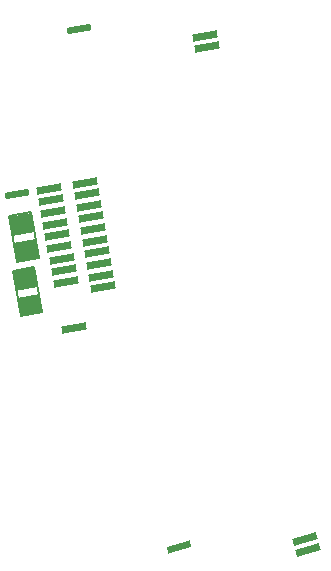
<source format=gbr>
*
G4_C Author: OrCAD GerbTool(tm) 8.1.1 Thu Jun 19 00:37:16 2003*
%LPD*%
%LNsilkbot*%
%FSLAX34Y34*%
%MOIN*%
%AD*%
%AMD25R98*
20,1,0.025000,0.000000,-0.035000,0.000000,0.035000,98.600000*
%
%AMD10R98*
20,1,0.050000,-0.025000,0.000000,0.025000,0.000000,98.600000*
%
%AMD25R98N2*
20,1,0.025000,0.000000,-0.035000,0.000000,0.035000,98.600000*
%
%AMD10R98N2*
20,1,0.050000,-0.025000,0.000000,0.025000,0.000000,98.600000*
%
%AMD25R86*
20,1,0.025000,0.000000,-0.035000,0.000000,0.035000,86.080000*
%
%AMD10R86*
20,1,0.050000,-0.025000,0.000000,0.025000,0.000000,86.080000*
%
%AMD16R5*
20,1,0.025000,-0.035000,0.000000,0.035000,0.000000,5.450000*
%
%AMD10R5*
20,1,0.050000,-0.025000,0.000000,0.025000,0.000000,5.450000*
%
%AMD16R5N2*
20,1,0.025000,-0.035000,0.000000,0.035000,0.000000,5.450000*
%
%AMD10R5N2*
20,1,0.050000,-0.025000,0.000000,0.025000,0.000000,5.450000*
%
%AMD32R3*
20,1,0.025000,0.034920,-0.002390,-0.034920,0.002390,3.950000*
%
%AMD33R3*
20,1,0.050000,-0.001710,-0.024940,0.001710,0.024940,3.950000*
%
%AMD32R3N2*
20,1,0.025000,0.034920,-0.002390,-0.034920,0.002390,3.910000*
%
%AMD33R3N2*
20,1,0.050000,-0.001710,-0.024940,0.001710,0.024940,3.910000*
%
%AMD32R3N3*
20,1,0.025000,0.034920,-0.002390,-0.034920,0.002390,3.920000*
%
%AMD33R3N3*
20,1,0.050000,-0.001710,-0.024940,0.001710,0.024940,3.920000*
%
%AMD29R80*
20,1,0.022000,0.000000,-0.040000,0.000000,0.040000,80.000000*
%
%AMD55R20*
20,1,0.022000,0.039390,-0.006950,-0.039390,0.006950,20.000000*
%
%AMD30R100*
20,1,0.024000,0.000000,-0.041000,0.000000,0.041000,100.000000*
%
%AMD26R100*
20,1,0.027000,0.000000,-0.036000,0.000000,0.036000,100.000000*
%
%AMD29R100*
20,1,0.022000,0.000000,-0.040000,0.000000,0.040000,100.000000*
%
%AMD29R106*
20,1,0.022000,0.000000,-0.040000,0.000000,0.040000,106.600000*
%
%AMD30R100N2*
20,1,0.024000,0.000000,-0.041000,0.000000,0.041000,100.000000*
%
%AMD26R100N2*
20,1,0.027000,0.000000,-0.036000,0.000000,0.036000,100.000000*
%
%AMD29R100N2*
20,1,0.022000,0.000000,-0.040000,0.000000,0.040000,100.000000*
%
%AMD29R100N3*
20,1,0.022000,0.000000,-0.040000,0.000000,0.040000,100.000000*
%
%AMD30R100N3*
20,1,0.024000,0.000000,-0.041000,0.000000,0.041000,100.000000*
%
%AMD64R1*
20,1,0.022000,0.039390,0.006950,-0.039390,-0.006950,1.000000*
%
%AMD65R1*
20,1,0.024000,0.040380,0.007120,-0.040380,-0.007120,1.000000*
%
%AMD66R1*
20,1,0.022000,0.039260,0.007640,-0.039260,-0.007640,1.000000*
%
%AMD67R1*
20,1,0.024000,0.040250,0.007820,-0.040250,-0.007820,1.000000*
%
%AMD68R1*
20,1,0.022000,0.039120,0.008320,-0.039120,-0.008320,1.000000*
%
%AMD69R1*
20,1,0.024000,0.040110,0.008520,-0.040110,-0.008520,1.000000*
%
%AMD70R1*
20,1,0.022000,0.038970,0.009000,-0.038970,-0.009000,1.000000*
%
%AMD71R1*
20,1,0.024000,0.039960,0.009220,-0.039960,-0.009220,1.000000*
%
%AMD72R1*
20,1,0.022000,0.038810,0.009680,-0.038810,-0.009680,1.000000*
%
%AMD73R1*
20,1,0.024000,0.039790,0.009920,-0.039790,-0.009920,1.000000*
%
%AMD74R1*
20,1,0.022000,0.038640,0.010360,-0.038640,-0.010360,1.000000*
%
%AMD75R1*
20,1,0.024000,0.039610,0.010610,-0.039610,-0.010610,1.000000*
%
%AMD76R0*
20,1,0.022000,0.038450,0.011030,-0.038450,-0.011030,0.500000*
%
%AMD77R0*
20,1,0.024000,0.039420,0.011300,-0.039420,-0.011300,0.500000*
%
%ADD10R,0.050000X0.050000*%
%ADD11C,0.006000*%
%ADD12C,0.019000*%
%ADD13C,0.007900*%
%ADD14C,0.005000*%
%ADD15C,0.000800*%
%ADD16R,0.070000X0.025000*%
%ADD17R,0.068000X0.023000*%
%ADD18C,0.006000*%
%ADD19C,0.009800*%
%ADD20C,0.010000*%
%ADD21C,0.030000*%
%ADD22C,0.060000*%
%ADD23C,0.035000*%
%ADD24C,0.055000*%
%ADD25R,0.025000X0.070000*%
%ADD26R,0.027000X0.072000*%
%ADD27R,0.029000X0.058000*%
%ADD28R,0.031000X0.060000*%
%ADD29R,0.022000X0.080000*%
%ADD30R,0.024000X0.082000*%
%ADD31D10R98N2*%
%ADD32D25R86*%
%ADD33D10R86*%
%ADD34D16R5*%
%ADD35D10R5*%
%ADD36D16R5N2*%
%ADD37D10R5N2*%
%ADD38D25R98N2*%
%ADD39D10R98N2*%
%ADD40D25R86*%
%ADD41D10R86*%
%ADD42D16R5*%
%ADD43D10R5*%
%ADD44D16R5N2*%
%ADD45D10R5N2*%
%ADD46D32R3*%
%ADD47D33R3*%
%ADD48R,0.070000X0.025000*%
%ADD49D33R3N2*%
%ADD50C,0.011000*%
%ADD51C,0.036000*%
%ADD52C,0.015000*%
%ADD53R,0.070000X0.025000*%
%ADD54R,0.050000X0.050000*%
%ADD55D29R80*%
%ADD56D55R20*%
%ADD57D30R100*%
%ADD58D26R100*%
%ADD59D29R100*%
%ADD60D29R106*%
%ADD61D30R100N2*%
%ADD62D26R100N2*%
%ADD63D29R100N2*%
%ADD64D29R100N3*%
%ADD65D30R100N3*%
%ADD66D64R1*%
%ADD67D65R1*%
%ADD68D66R1*%
%ADD69D67R1*%
%ADD70D68R1*%
%ADD71D69R1*%
%ADD72D70R1*%
%ADD73D71R1*%
%ADD74D72R1*%
%ADD75D73R1*%
%ADD76D74R1*%
%ADD77D75R1*%
%ADD78D76R0*%
%ADD79D77R0*%
G4_C OrCAD GerbTool Tool List *
G4_D50 1 0.0110 T 0 0*
G4_D51 3 0.0360 T 0 0*
G4_D52 2 0.0150 T 0 0*
G54D64*
G1X93285Y36275D3*
G54D65*
G1X97489Y36049D3*
G1X97561Y35662D3*
G54D78*
G1X96599Y19016D3*
G54D79*
G1X100802Y19268D3*
G1X100918Y18891D3*
G54D61*
G1X93106Y26293D3*
G1X92834Y27844D3*
G1X92765Y28231D3*
G1X92697Y28619D3*
G1X92629Y29007D3*
G1X92560Y29395D3*
G1X92424Y30169D3*
G1X92492Y29782D3*
G1X92355Y30557D3*
G1X92287Y30945D3*
G1X93469Y31154D3*
G1X93537Y30766D3*
G1X93605Y30379D3*
G1X93674Y29991D3*
G1X93742Y29604D3*
G1X93811Y29216D3*
G1X93879Y28828D3*
G1X93946Y28440D3*
G1X94016Y28053D3*
G1X94084Y27665D3*
G54D62*
G1X91684Y26867D3*
G1X91649Y27062D3*
G1X91618Y27243D3*
G1X91529Y27754D3*
G1X91495Y27950D3*
G1X91462Y28131D3*
G1X91794Y28347D2*
G54D18*
G1X92062Y26826D1*
G1X91793Y28348D2*
G1X91068Y28220D1*
G1X91068Y28221D2*
G1X91336Y26698D1*
G54D62*
G1X91556Y28679D3*
G1X91521Y28874D3*
G1X91490Y29055D3*
G1X91401Y29567D3*
G1X91367Y29763D3*
G1X91335Y29943D3*
G1X91666Y30160D2*
G54D18*
G1X91934Y28638D1*
G1X91666Y30161D2*
G1X90940Y30033D1*
G1X90940Y30034D2*
G1X91208Y28510D1*
G54D63*
G1X91224Y30758D3*
M2*

</source>
